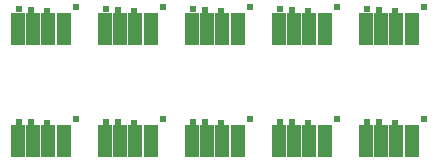
<source format=gbs>
G04*
G04 #@! TF.GenerationSoftware,Altium Limited,Altium Designer,23.3.1 (30)*
G04*
G04 Layer_Color=16711935*
%FSLAX25Y25*%
%MOIN*%
G70*
G04*
G04 #@! TF.SameCoordinates,DC285B44-F560-4AE8-B04C-E732481EF3D4*
G04*
G04*
G04 #@! TF.FilePolarity,Negative*
G04*
G01*
G75*
%ADD22R,0.04737X0.10642*%
%ADD23C,0.02375*%
D22*
X133984Y17968D02*
D03*
X139102D02*
D03*
X128866D02*
D03*
X123748D02*
D03*
X133984Y55468D02*
D03*
X139102D02*
D03*
X128866D02*
D03*
X123748D02*
D03*
X104984Y17968D02*
D03*
X110102D02*
D03*
X99866D02*
D03*
X94748D02*
D03*
X104984Y55468D02*
D03*
X110102D02*
D03*
X99866D02*
D03*
X94748D02*
D03*
X75984Y17968D02*
D03*
X81102D02*
D03*
X70866D02*
D03*
X65748D02*
D03*
X75984Y55468D02*
D03*
X81102D02*
D03*
X70866D02*
D03*
X65748D02*
D03*
X46984Y17968D02*
D03*
X52102D02*
D03*
X41866D02*
D03*
X36748D02*
D03*
X46984Y55468D02*
D03*
X52102D02*
D03*
X41866D02*
D03*
X36748D02*
D03*
X17984Y17968D02*
D03*
X23102D02*
D03*
X12866D02*
D03*
X7748D02*
D03*
X17984Y55468D02*
D03*
X23102D02*
D03*
X12866D02*
D03*
X7748D02*
D03*
D23*
X143200Y25200D02*
D03*
X133621Y24000D02*
D03*
X128250Y24250D02*
D03*
X124200Y24500D02*
D03*
X143200Y62700D02*
D03*
X133621Y61500D02*
D03*
X128250Y61750D02*
D03*
X124200Y62000D02*
D03*
X114200Y25200D02*
D03*
X104621Y24000D02*
D03*
X99250Y24250D02*
D03*
X95200Y24500D02*
D03*
X114200Y62700D02*
D03*
X104621Y61500D02*
D03*
X99250Y61750D02*
D03*
X95200Y62000D02*
D03*
X85200Y25200D02*
D03*
X75621Y24000D02*
D03*
X70250Y24250D02*
D03*
X66200Y24500D02*
D03*
X85200Y62700D02*
D03*
X75621Y61500D02*
D03*
X70250Y61750D02*
D03*
X66200Y62000D02*
D03*
X56200Y25200D02*
D03*
X46621Y24000D02*
D03*
X41250Y24250D02*
D03*
X37200Y24500D02*
D03*
X56200Y62700D02*
D03*
X46621Y61500D02*
D03*
X41250Y61750D02*
D03*
X37200Y62000D02*
D03*
X27200Y25200D02*
D03*
X17621Y24000D02*
D03*
X12250Y24250D02*
D03*
X8200Y24500D02*
D03*
X27200Y62700D02*
D03*
X17621Y61500D02*
D03*
X12250Y61750D02*
D03*
X8200Y62000D02*
D03*
M02*

</source>
